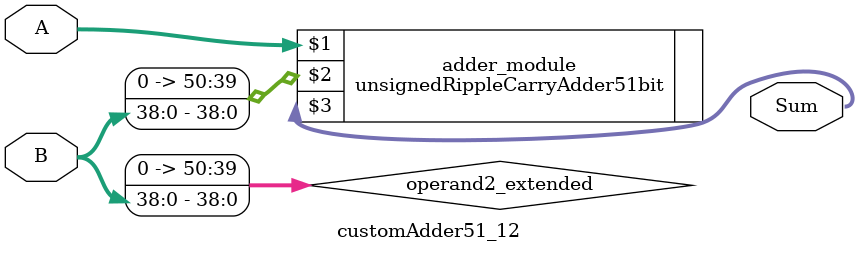
<source format=v>
module customAdder51_12(
                        input [50 : 0] A,
                        input [38 : 0] B,
                        
                        output [51 : 0] Sum
                );

        wire [50 : 0] operand2_extended;
        
        assign operand2_extended =  {12'b0, B};
        
        unsignedRippleCarryAdder51bit adder_module(
            A,
            operand2_extended,
            Sum
        );
        
        endmodule
        
</source>
